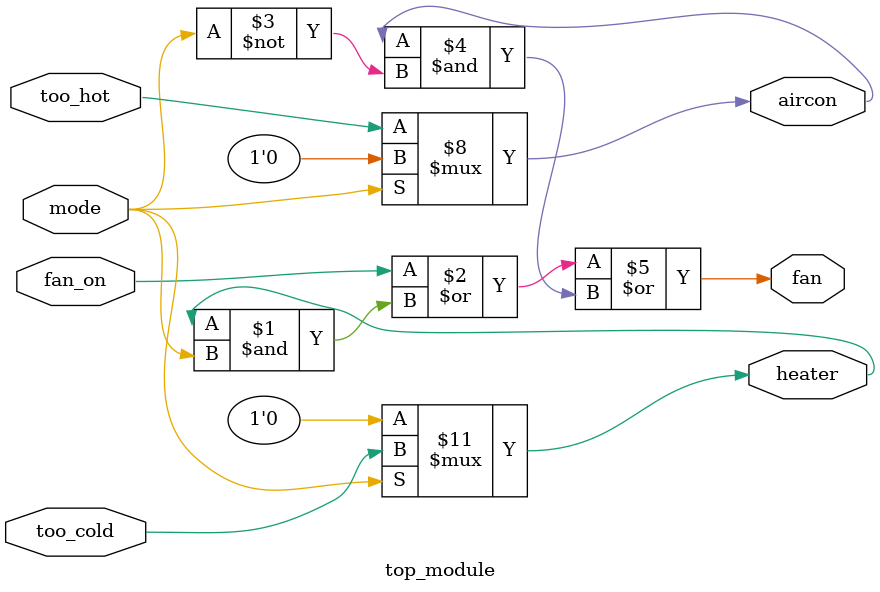
<source format=sv>
module top_module(
    input mode,
    input too_cold,
    input too_hot,
    input fan_on,
    output heater,
    output aircon,
    output fan
);

    reg heater;
    reg aircon;
    wire fan;

    assign fan = fan_on | (heater & mode) | (aircon & ~mode);

    always @(mode or too_cold or too_hot or fan_on) begin
        if (mode) begin
        // heating mode
            heater = too_cold;
            aircon = 0;
        end else begin
        // cooling mode
            heater = 0;
            aircon = too_hot;
        end
    end
endmodule

</source>
